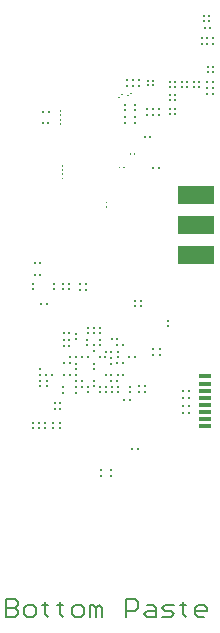
<source format=gbp>
%FSLAX25Y25*%
%MOIN*%
G70*
G01*
G75*
G04 Layer_Color=128*
%ADD10R,0.05906X0.05118*%
G04:AMPARAMS|DCode=11|XSize=25.59mil|YSize=23.62mil|CornerRadius=5.91mil|HoleSize=0mil|Usage=FLASHONLY|Rotation=180.000|XOffset=0mil|YOffset=0mil|HoleType=Round|Shape=RoundedRectangle|*
%AMROUNDEDRECTD11*
21,1,0.02559,0.01181,0,0,180.0*
21,1,0.01378,0.02362,0,0,180.0*
1,1,0.01181,-0.00689,0.00591*
1,1,0.01181,0.00689,0.00591*
1,1,0.01181,0.00689,-0.00591*
1,1,0.01181,-0.00689,-0.00591*
%
%ADD11ROUNDEDRECTD11*%
G04:AMPARAMS|DCode=12|XSize=25.59mil|YSize=23.62mil|CornerRadius=5.91mil|HoleSize=0mil|Usage=FLASHONLY|Rotation=270.000|XOffset=0mil|YOffset=0mil|HoleType=Round|Shape=RoundedRectangle|*
%AMROUNDEDRECTD12*
21,1,0.02559,0.01181,0,0,270.0*
21,1,0.01378,0.02362,0,0,270.0*
1,1,0.01181,-0.00591,-0.00689*
1,1,0.01181,-0.00591,0.00689*
1,1,0.01181,0.00591,0.00689*
1,1,0.01181,0.00591,-0.00689*
%
%ADD12ROUNDEDRECTD12*%
%ADD13R,0.00866X0.01024*%
%ADD14R,0.01024X0.00866*%
%ADD15R,0.05118X0.05906*%
G04:AMPARAMS|DCode=16|XSize=15.75mil|YSize=17.72mil|CornerRadius=3.94mil|HoleSize=0mil|Usage=FLASHONLY|Rotation=180.000|XOffset=0mil|YOffset=0mil|HoleType=Round|Shape=RoundedRectangle|*
%AMROUNDEDRECTD16*
21,1,0.01575,0.00984,0,0,180.0*
21,1,0.00787,0.01772,0,0,180.0*
1,1,0.00787,-0.00394,0.00492*
1,1,0.00787,0.00394,0.00492*
1,1,0.00787,0.00394,-0.00492*
1,1,0.00787,-0.00394,-0.00492*
%
%ADD16ROUNDEDRECTD16*%
%ADD17C,0.00984*%
%ADD18R,0.02756X0.01575*%
%ADD19R,0.02362X0.01969*%
%ADD20R,0.01654X0.01811*%
%ADD21R,0.03937X0.04331*%
%ADD22R,0.01575X0.02756*%
G04:AMPARAMS|DCode=23|XSize=15.75mil|YSize=17.72mil|CornerRadius=3.94mil|HoleSize=0mil|Usage=FLASHONLY|Rotation=270.000|XOffset=0mil|YOffset=0mil|HoleType=Round|Shape=RoundedRectangle|*
%AMROUNDEDRECTD23*
21,1,0.01575,0.00984,0,0,270.0*
21,1,0.00787,0.01772,0,0,270.0*
1,1,0.00787,-0.00492,-0.00394*
1,1,0.00787,-0.00492,0.00394*
1,1,0.00787,0.00492,0.00394*
1,1,0.00787,0.00492,-0.00394*
%
%ADD23ROUNDEDRECTD23*%
%ADD24R,0.01811X0.01654*%
%ADD25O,0.03347X0.01102*%
%ADD26O,0.01102X0.03347*%
%ADD27R,0.01181X0.01181*%
%ADD28R,0.06496X0.17323*%
%ADD29R,0.02559X0.00984*%
%ADD30R,0.01772X0.01772*%
%ADD31C,0.01082*%
%ADD32R,0.02658X0.00984*%
%ADD33R,0.02402X0.05591*%
%ADD34R,0.09843X0.06299*%
%ADD35R,0.00984X0.01969*%
G04:AMPARAMS|DCode=36|XSize=70.87mil|YSize=51.18mil|CornerRadius=12.8mil|HoleSize=0mil|Usage=FLASHONLY|Rotation=0.000|XOffset=0mil|YOffset=0mil|HoleType=Round|Shape=RoundedRectangle|*
%AMROUNDEDRECTD36*
21,1,0.07087,0.02559,0,0,0.0*
21,1,0.04528,0.05118,0,0,0.0*
1,1,0.02559,0.02264,-0.01280*
1,1,0.02559,-0.02264,-0.01280*
1,1,0.02559,-0.02264,0.01280*
1,1,0.02559,0.02264,0.01280*
%
%ADD36ROUNDEDRECTD36*%
%ADD37C,0.01181*%
%ADD38R,0.01181X0.03937*%
%ADD39R,0.09449X0.01181*%
%ADD40R,0.05512X0.06693*%
%ADD41R,0.01000X0.11811*%
%ADD42R,0.03937X0.01000*%
%ADD43R,0.11811X0.01000*%
%ADD44R,0.01969X0.03937*%
%ADD45R,0.03937X0.01969*%
%ADD46R,0.02362X0.02756*%
%ADD47R,0.01969X0.04724*%
%ADD48C,0.00800*%
%ADD49C,0.00500*%
%ADD50C,0.01000*%
%ADD51C,0.00400*%
%ADD52C,0.01200*%
%ADD53C,0.01500*%
%ADD54C,0.00900*%
%ADD55C,0.00600*%
%ADD56C,0.02000*%
%ADD57C,0.00700*%
%ADD58O,0.08000X0.07500*%
%ADD59C,0.07480*%
%ADD60C,0.08000*%
%ADD61C,0.01200*%
%ADD62C,0.01969*%
%ADD63C,0.08200*%
%ADD64C,0.02200*%
%ADD65C,0.02600*%
%ADD66C,0.01024*%
%ADD67C,0.00807*%
%ADD68R,0.12000X0.06000*%
%ADD69R,0.03937X0.01575*%
%ADD70R,0.00886X0.00709*%
G04:AMPARAMS|DCode=71|XSize=8.86mil|YSize=7.09mil|CornerRadius=0mil|HoleSize=0mil|Usage=FLASHONLY|Rotation=135.000|XOffset=0mil|YOffset=0mil|HoleType=Round|Shape=Rectangle|*
%AMROTATEDRECTD71*
4,1,4,0.00564,-0.00063,0.00063,-0.00564,-0.00564,0.00063,-0.00063,0.00564,0.00564,-0.00063,0.0*
%
%ADD71ROTATEDRECTD71*%

%ADD72R,0.00709X0.00886*%
%ADD73R,0.03228X0.05197*%
%ADD74R,0.03228X0.05197*%
%ADD75R,0.00906X0.03543*%
%ADD76C,0.01339*%
%ADD77C,0.00394*%
%ADD78C,0.00984*%
%ADD79C,0.00591*%
%ADD80C,0.00197*%
%ADD81C,0.00098*%
%ADD82C,0.00472*%
%ADD83C,0.00787*%
%ADD84R,0.01824X0.01666*%
%ADD85R,0.01666X0.01824*%
%ADD86C,0.02000*%
%ADD87R,0.01686X0.01509*%
G04:AMPARAMS|DCode=88|XSize=16.86mil|YSize=15.09mil|CornerRadius=0mil|HoleSize=0mil|Usage=FLASHONLY|Rotation=135.000|XOffset=0mil|YOffset=0mil|HoleType=Round|Shape=Rectangle|*
%AMROTATEDRECTD88*
4,1,4,0.01129,-0.00063,0.00063,-0.01129,-0.01129,0.00063,-0.00063,0.01129,0.01129,-0.00063,0.0*
%
%ADD88ROTATEDRECTD88*%

%ADD89R,0.01509X0.01686*%
G36*
X12997Y107225D02*
X13046D01*
Y106733D01*
X12554D01*
Y107225D01*
X12603D01*
Y107324D01*
X12997D01*
Y107225D01*
D02*
G37*
G36*
X33347Y106597D02*
X33445D01*
Y106203D01*
X33347D01*
Y106154D01*
X32854D01*
Y106646D01*
X33347D01*
Y106597D01*
D02*
G37*
G36*
X35706Y110754D02*
X35214D01*
Y110803D01*
X35116D01*
Y111197D01*
X35214D01*
Y111246D01*
X35706D01*
Y110754D01*
D02*
G37*
G36*
X12346Y120775D02*
X12297D01*
Y120676D01*
X11903D01*
Y120775D01*
X11854D01*
Y121267D01*
X12346D01*
Y120775D01*
D02*
G37*
G36*
X36986Y111197D02*
X37084D01*
Y110803D01*
X36986D01*
Y110754D01*
X36494D01*
Y111246D01*
X36986D01*
Y111197D01*
D02*
G37*
G36*
X32067Y106154D02*
X31575D01*
Y106203D01*
X31476D01*
Y106597D01*
X31575D01*
Y106646D01*
X32067D01*
Y106154D01*
D02*
G37*
G36*
X27583Y94961D02*
X27632D01*
Y94468D01*
X27140D01*
Y94961D01*
X27189D01*
Y95059D01*
X27583D01*
Y94961D01*
D02*
G37*
G36*
X27632Y93189D02*
X27583D01*
Y93091D01*
X27189D01*
Y93189D01*
X27140D01*
Y93681D01*
X27632D01*
Y93189D01*
D02*
G37*
G36*
X13046Y102575D02*
X12997D01*
Y102476D01*
X12603D01*
Y102575D01*
X12554D01*
Y103067D01*
X13046D01*
Y102575D01*
D02*
G37*
G36*
X13046Y105454D02*
X12997D01*
Y105355D01*
X12603D01*
Y105454D01*
X12554D01*
Y105946D01*
X13046D01*
Y105454D01*
D02*
G37*
G36*
X12997Y104347D02*
X13046D01*
Y103854D01*
X12554D01*
Y104347D01*
X12603D01*
Y104445D01*
X12997D01*
Y104347D01*
D02*
G37*
G36*
X32964Y130916D02*
X32616Y130568D01*
X32268Y130916D01*
X32616Y131264D01*
X32964Y130916D01*
D02*
G37*
G36*
X34950Y130502D02*
X34602Y130154D01*
X34254Y130502D01*
X34602Y130850D01*
X34950Y130502D01*
D02*
G37*
G36*
X32999Y131021D02*
X32930Y130951D01*
X32651Y131230D01*
X32721Y131299D01*
X32999Y131021D01*
D02*
G37*
G36*
X35890Y131511D02*
X35820Y131442D01*
X35542Y131720D01*
X35611Y131790D01*
X35890Y131511D01*
D02*
G37*
G36*
X35855Y131407D02*
X35507Y131059D01*
X35159Y131407D01*
X35507Y131755D01*
X35855Y131407D01*
D02*
G37*
G36*
X34567Y130189D02*
X34498Y130119D01*
X34219Y130398D01*
X34289Y130467D01*
X34567Y130189D01*
D02*
G37*
G36*
X12346Y123614D02*
X12297D01*
Y123516D01*
X11903D01*
Y123614D01*
X11854D01*
Y124106D01*
X12346D01*
Y123614D01*
D02*
G37*
G36*
X12297Y122547D02*
X12346D01*
Y122054D01*
X11854D01*
Y122547D01*
X11903D01*
Y122645D01*
X12297D01*
Y122547D01*
D02*
G37*
G36*
X12297Y125386D02*
X12346D01*
Y124894D01*
X11854D01*
Y125386D01*
X11903D01*
Y125484D01*
X12297D01*
Y125386D01*
D02*
G37*
G36*
X32060Y130012D02*
X31712Y129664D01*
X31364Y130012D01*
X31712Y130360D01*
X32060Y130012D01*
D02*
G37*
G36*
X31677Y129699D02*
X31607Y129629D01*
X31329Y129907D01*
X31398Y129977D01*
X31677Y129699D01*
D02*
G37*
D13*
X2854Y65827D02*
D03*
Y67638D02*
D03*
X15000Y65895D02*
D03*
Y67706D02*
D03*
X9900D02*
D03*
Y65895D02*
D03*
X37100Y127406D02*
D03*
Y125594D02*
D03*
X33500D02*
D03*
Y127406D02*
D03*
X5400Y39206D02*
D03*
Y37394D02*
D03*
X5000Y21406D02*
D03*
Y19594D02*
D03*
X7000D02*
D03*
Y21406D02*
D03*
X12000D02*
D03*
Y19594D02*
D03*
X7600Y35306D02*
D03*
Y33494D02*
D03*
X5400D02*
D03*
Y35306D02*
D03*
X3000Y21406D02*
D03*
Y19594D02*
D03*
X9500Y21406D02*
D03*
Y19594D02*
D03*
X37100Y121395D02*
D03*
Y123205D02*
D03*
X33500Y123205D02*
D03*
Y121395D02*
D03*
X13000Y65895D02*
D03*
Y67706D02*
D03*
X25197Y47165D02*
D03*
Y48976D02*
D03*
X21100Y49005D02*
D03*
Y47194D02*
D03*
X17217Y49147D02*
D03*
Y50958D02*
D03*
X25117Y51147D02*
D03*
Y52957D02*
D03*
X23117D02*
D03*
Y51147D02*
D03*
X21167D02*
D03*
Y52957D02*
D03*
X23117Y47157D02*
D03*
Y45347D02*
D03*
X31117Y45057D02*
D03*
Y43246D02*
D03*
X42900Y45805D02*
D03*
Y43995D02*
D03*
X45200D02*
D03*
Y45805D02*
D03*
X17368Y39271D02*
D03*
Y41082D02*
D03*
X28800Y3695D02*
D03*
Y5505D02*
D03*
X25700D02*
D03*
Y3695D02*
D03*
X17400Y37205D02*
D03*
Y35394D02*
D03*
X23117Y41058D02*
D03*
Y39246D02*
D03*
X29232Y33274D02*
D03*
Y31463D02*
D03*
X27255Y31437D02*
D03*
Y33248D02*
D03*
X13100Y31394D02*
D03*
Y33206D02*
D03*
X23300Y35405D02*
D03*
Y33595D02*
D03*
X28969Y41071D02*
D03*
Y42882D02*
D03*
X25300Y33305D02*
D03*
Y31495D02*
D03*
X19400Y33395D02*
D03*
Y35206D02*
D03*
X21358Y33374D02*
D03*
Y31563D02*
D03*
X17200Y31394D02*
D03*
Y33206D02*
D03*
X35200Y31594D02*
D03*
Y33406D02*
D03*
X31200Y33305D02*
D03*
Y31495D02*
D03*
X38800Y60194D02*
D03*
Y62006D02*
D03*
X36900D02*
D03*
Y60194D02*
D03*
X47800Y55405D02*
D03*
Y53594D02*
D03*
D14*
X60295Y152900D02*
D03*
X62106D02*
D03*
X8200Y124900D02*
D03*
X6389D02*
D03*
X6289Y121100D02*
D03*
X8100D02*
D03*
X18695Y65600D02*
D03*
X20505D02*
D03*
X5406Y74700D02*
D03*
X3594D02*
D03*
X53095Y32000D02*
D03*
X54905D02*
D03*
X53095Y24500D02*
D03*
X54905D02*
D03*
Y27000D02*
D03*
X53095D02*
D03*
Y29500D02*
D03*
X54905D02*
D03*
X5685Y60835D02*
D03*
X7496D02*
D03*
X42006Y116500D02*
D03*
X40194D02*
D03*
X44805Y106100D02*
D03*
X42994D02*
D03*
X36094Y12500D02*
D03*
X37905D02*
D03*
X9181Y37303D02*
D03*
X7370D02*
D03*
X10194Y25900D02*
D03*
X12005D02*
D03*
X18695Y67600D02*
D03*
X20505D02*
D03*
X13194Y51100D02*
D03*
X15006D02*
D03*
X13212Y47052D02*
D03*
X15023D02*
D03*
X36805Y43200D02*
D03*
X34995D02*
D03*
X29212Y49252D02*
D03*
X31023D02*
D03*
X13212Y49052D02*
D03*
X15023D02*
D03*
X31012Y47152D02*
D03*
X32823D02*
D03*
X26923Y43152D02*
D03*
X25112D02*
D03*
X21174Y43176D02*
D03*
X19363D02*
D03*
X29016Y45079D02*
D03*
X27205D02*
D03*
X15312Y43252D02*
D03*
X17123D02*
D03*
X40205Y33500D02*
D03*
X38394D02*
D03*
Y31500D02*
D03*
X40205D02*
D03*
X12005Y28000D02*
D03*
X10194D02*
D03*
X15223Y37252D02*
D03*
X13412D02*
D03*
X30830Y35335D02*
D03*
X29019D02*
D03*
X32923Y37352D02*
D03*
X31112D02*
D03*
X35116Y28930D02*
D03*
X33305D02*
D03*
X27112Y37352D02*
D03*
X28923D02*
D03*
X31012Y41152D02*
D03*
X32823D02*
D03*
X15205Y41200D02*
D03*
X13395D02*
D03*
X3594Y70500D02*
D03*
X5406D02*
D03*
D48*
X-5906Y-37309D02*
Y-43307D01*
X-2906D01*
X-1907Y-42307D01*
Y-41308D01*
X-2906Y-40308D01*
X-5906D01*
X-2906D01*
X-1907Y-39308D01*
Y-38309D01*
X-2906Y-37309D01*
X-5906D01*
X1092Y-43307D02*
X3092D01*
X4091Y-42307D01*
Y-40308D01*
X3092Y-39308D01*
X1092D01*
X93Y-40308D01*
Y-42307D01*
X1092Y-43307D01*
X7090Y-38309D02*
Y-39308D01*
X6091D01*
X8090D01*
X7090D01*
Y-42307D01*
X8090Y-43307D01*
X12089Y-38309D02*
Y-39308D01*
X11089D01*
X13088D01*
X12089D01*
Y-42307D01*
X13088Y-43307D01*
X17087D02*
X19086D01*
X20086Y-42307D01*
Y-40308D01*
X19086Y-39308D01*
X17087D01*
X16087Y-40308D01*
Y-42307D01*
X17087Y-43307D01*
X22085D02*
Y-39308D01*
X23085D01*
X24085Y-40308D01*
Y-43307D01*
Y-40308D01*
X25084Y-39308D01*
X26084Y-40308D01*
Y-43307D01*
X34082D02*
Y-37309D01*
X37081D01*
X38080Y-38309D01*
Y-40308D01*
X37081Y-41308D01*
X34082D01*
X41079Y-39308D02*
X43079D01*
X44078Y-40308D01*
Y-43307D01*
X41079D01*
X40080Y-42307D01*
X41079Y-41308D01*
X44078D01*
X46078Y-43307D02*
X49077D01*
X50076Y-42307D01*
X49077Y-41308D01*
X47077D01*
X46078Y-40308D01*
X47077Y-39308D01*
X50076D01*
X53075Y-38309D02*
Y-39308D01*
X52076D01*
X54075D01*
X53075D01*
Y-42307D01*
X54075Y-43307D01*
X60073D02*
X58074D01*
X57074Y-42307D01*
Y-40308D01*
X58074Y-39308D01*
X60073D01*
X61073Y-40308D01*
Y-41308D01*
X57074D01*
D66*
X59131Y147716D02*
D03*
X61100D02*
D03*
X63068D02*
D03*
X59131Y149684D02*
D03*
X61100D02*
D03*
X63068D02*
D03*
X38269Y135484D02*
D03*
X36300D02*
D03*
X34332D02*
D03*
X38269Y133516D02*
D03*
X36300D02*
D03*
X34332D02*
D03*
X61016Y134968D02*
D03*
Y133000D02*
D03*
Y131032D02*
D03*
X62984Y134968D02*
D03*
Y133000D02*
D03*
Y131032D02*
D03*
X41032Y124016D02*
D03*
X43000D02*
D03*
X44969D02*
D03*
X41032Y125984D02*
D03*
X43000D02*
D03*
X44969D02*
D03*
D67*
X61587Y156987D02*
D03*
X60013D02*
D03*
X61587Y155413D02*
D03*
X60013D02*
D03*
X52713Y133213D02*
D03*
X54287D02*
D03*
X52713Y134787D02*
D03*
X54287D02*
D03*
X61213Y138213D02*
D03*
X62787D02*
D03*
X61213Y139787D02*
D03*
X62787D02*
D03*
X50187Y124413D02*
D03*
Y125987D02*
D03*
X48613Y124413D02*
D03*
Y125987D02*
D03*
Y128913D02*
D03*
X50187D02*
D03*
X48613Y130487D02*
D03*
X50187D02*
D03*
X42787Y133813D02*
D03*
Y135387D02*
D03*
X41213Y133813D02*
D03*
Y135387D02*
D03*
X50287Y134787D02*
D03*
X48713D02*
D03*
X50287Y133213D02*
D03*
X48713D02*
D03*
X58287D02*
D03*
Y134787D02*
D03*
X56713Y133213D02*
D03*
Y134787D02*
D03*
D68*
X57181Y77400D02*
D03*
Y87400D02*
D03*
Y97400D02*
D03*
D69*
X60400Y20232D02*
D03*
Y22594D02*
D03*
Y24957D02*
D03*
Y27319D02*
D03*
Y36768D02*
D03*
Y34405D02*
D03*
Y29681D02*
D03*
Y32043D02*
D03*
M02*

</source>
